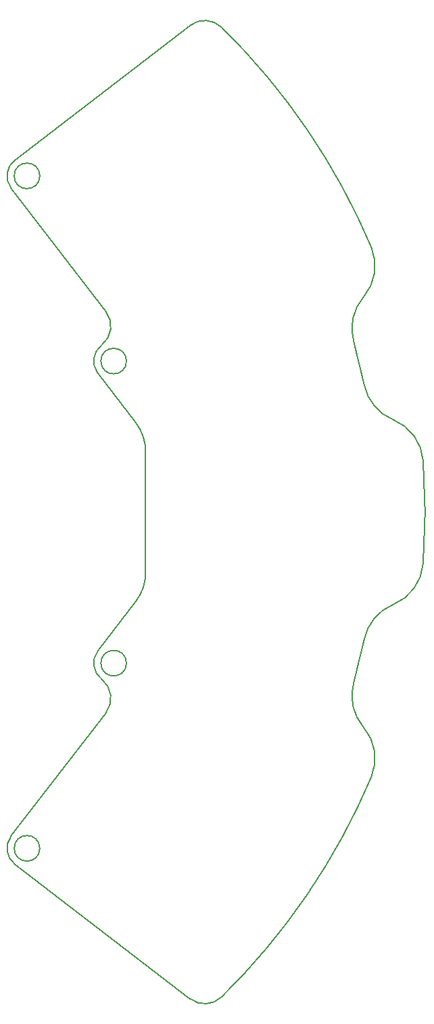
<source format=gbr>
%TF.GenerationSoftware,KiCad,Pcbnew,(6.0.11)*%
%TF.CreationDate,2024-04-02T23:15:32+09:00*%
%TF.ProjectId,ORION_VV_driver_v4,4f52494f-4e5f-4565-965f-647269766572,rev?*%
%TF.SameCoordinates,Original*%
%TF.FileFunction,Profile,NP*%
%FSLAX46Y46*%
G04 Gerber Fmt 4.6, Leading zero omitted, Abs format (unit mm)*
G04 Created by KiCad (PCBNEW (6.0.11)) date 2024-04-02 23:15:32*
%MOMM*%
%LPD*%
G01*
G04 APERTURE LIST*
%TA.AperFunction,Profile*%
%ADD10C,0.200000*%
%TD*%
G04 APERTURE END LIST*
D10*
X87155914Y-140567097D02*
G75*
G03*
X87617363Y-144072360I1983386J-1521903D01*
G01*
X135013844Y-111565384D02*
G75*
G03*
X138754492Y-106455696I-2242044J5565384D01*
G01*
X87617363Y-144072360D02*
X109584994Y-160928716D01*
X87617339Y-55927609D02*
G75*
G03*
X87155883Y-59432927I1521961J-1983391D01*
G01*
X87155883Y-140567073D02*
X99026731Y-125096683D01*
X98472951Y-79109655D02*
G75*
G03*
X99026731Y-74903317I-1826251J2380055D01*
G01*
X132260048Y-66828251D02*
G75*
G03*
X113511691Y-39309320I-78260048J-33171749D01*
G01*
X99026736Y-125096687D02*
G75*
G03*
X98472955Y-120890339I-2380036J1826287D01*
G01*
X109585009Y-160928696D02*
G75*
G03*
X113511691Y-160690680I1826291J2379996D01*
G01*
X102760120Y-88803502D02*
X98011476Y-82614948D01*
X113511708Y-39309302D02*
G75*
G03*
X109584994Y-39071284I-2100408J-2141998D01*
G01*
X90739267Y-142088977D02*
G75*
G03*
X90739267Y-142088977I-1600000J0D01*
G01*
X131282450Y-73084893D02*
G75*
G03*
X132260048Y-66828251I-4546550J3915093D01*
G01*
X138754492Y-106455696D02*
G75*
G03*
X138754492Y-93544304I-84754292J6455696D01*
G01*
X98011531Y-117385094D02*
G75*
G03*
X98472955Y-120890339I1983369J-1521906D01*
G01*
X101594859Y-118906955D02*
G75*
G03*
X101594859Y-118906955I-1600000J0D01*
G01*
X87617363Y-55927640D02*
X109584994Y-39071284D01*
X98472952Y-79109657D02*
G75*
G03*
X98011476Y-82614948I1521908J-1983383D01*
G01*
X130052921Y-121376472D02*
G75*
G03*
X131282450Y-126915107I5776179J-1623528D01*
G01*
X87155883Y-59432927D02*
X99026731Y-74903317D01*
X135013840Y-111565374D02*
G75*
G03*
X131378973Y-115921514I2241960J-5565326D01*
G01*
X102760106Y-111196487D02*
G75*
G03*
X104000000Y-107543929I-4760106J3652587D01*
G01*
X132260033Y-133171743D02*
G75*
G03*
X131282450Y-126915107I-5524233J2341543D01*
G01*
X131282449Y-73084892D02*
G75*
G03*
X130052921Y-78623535I4546651J-3915108D01*
G01*
X104000018Y-92456071D02*
G75*
G03*
X102760120Y-88803502I-6000018J-29D01*
G01*
X131378957Y-84078489D02*
G75*
G03*
X135013839Y-88434629I5876943J1209289D01*
G01*
X90739267Y-57911023D02*
G75*
G03*
X90739267Y-57911023I-1600000J0D01*
G01*
X102760120Y-111196498D02*
X98011476Y-117385052D01*
X131378974Y-84078486D02*
G75*
G03*
X130052921Y-78623535I-77379774J-15921714D01*
G01*
X138754478Y-93544305D02*
G75*
G03*
X135013839Y-88434629I-5982678J-455695D01*
G01*
X104000000Y-92456071D02*
X104000000Y-107543929D01*
X113511691Y-160690680D02*
G75*
G03*
X132260048Y-133171749I-59511691J60690680D01*
G01*
X101594859Y-81093045D02*
G75*
G03*
X101594859Y-81093045I-1600000J0D01*
G01*
X130052922Y-121376472D02*
G75*
G03*
X131378973Y-115921514I-76053922J21376672D01*
G01*
M02*

</source>
